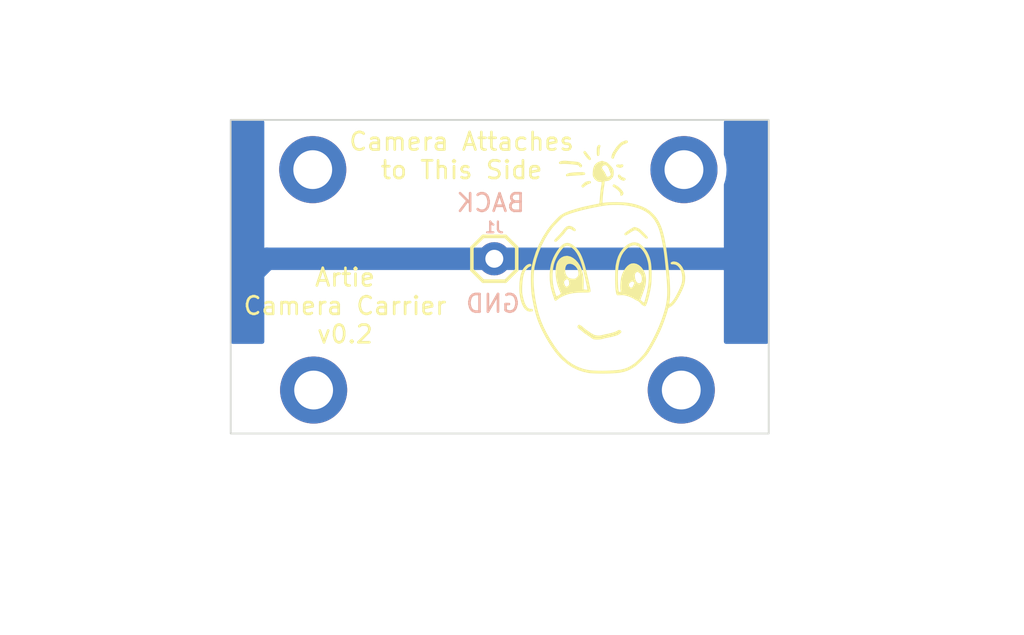
<source format=kicad_pcb>
(kicad_pcb (version 20221018) (generator pcbnew)
  (layers (0 "F.Cu" signal) (31 "B.Cu" signal) (34 "B.Paste" user) (35 "F.Paste" user) (36 "B.SilkS" user "B.Silkscreen") (37 "F.SilkS" user "F.Silkscreen") (38 "B.Mask" user) (39 "F.Mask" user) (44 "Edge.Cuts" user))
  (net 0 "")
  (net 1 "GND")
  (footprint "SparkFunConnectors:1X01" (layer "F.Cu") (at 104.4702 58.039)
    (fp_text reference "J1" (at 0 -1.778) (layer "B.SilkS") (effects (font (size 0.6096 0.6096) (thickness 0.127)) (justify mirror)))
    (fp_text value "GND" hide)
    (fp_line (start -1.27 -0.635) (end -1.27 0.635) (stroke (width 0.2032)) (layer "F.SilkS"))
    (fp_line (start -1.27 0.635) (end -0.635 1.27) (stroke (width 0.2032)) (layer "F.SilkS"))
    (fp_line (start -0.635 -1.27) (end -1.27 -0.635) (stroke (width 0.2032)) (layer "F.SilkS"))
    (fp_line (start -0.635 1.27) (end 0.635 1.27) (stroke (width 0.2032)) (layer "F.SilkS"))
    (fp_line (start 0.635 -1.27) (end -0.635 -1.27) (stroke (width 0.2032)) (layer "F.SilkS"))
    (fp_line (start 0.635 1.27) (end 1.27 0.635) (stroke (width 0.2032)) (layer "F.SilkS"))
    (fp_line (start 1.27 -0.635) (end 0.635 -1.27) (stroke (width 0.2032)) (layer "F.SilkS"))
    (fp_line (start 1.27 0.635) (end 1.27 -0.635) (stroke (width 0.2032)) (layer "F.SilkS"))
    (pad "1" thru_hole circle (at 0 0) (size 1.8796 1.8796) (drill 1.016) (layers "*.Cu" "*.Mask") (net 1 "GND"))
  )
  (footprint "MountingHole:MountingHole_2.2mm_M2_DIN965_Pad" (layer "F.Cu") (at 94.1832 52.9844)
    (fp_text reference "REF**" hide)
    (fp_text value "MountingHole_2.2mm_M2_DIN965_Pad" hide)
    (pad "1" thru_hole circle (at 0 0) (size 3.8 3.8) (drill 2.2) (layers "*.Cu" "*.Mask"))
  )
  (footprint "artielib:artie-logo" (layer "F.Cu") (at 110.363 58.166)
    (fp_text reference "G***" hide)
    (fp_text value "LOGO" hide)
    (fp_poly (pts (xy 1.402633 -5.459683) (xy 1.419413 -5.414034) (xy 1.401366 -5.356934) (xy 1.377938 -5.328029) (xy 1.309544 -5.291155) (xy 1.213948 -5.286323) (xy 1.10235 -5.312101) (xy 1.038211 -5.349095) (xy 1.011771 -5.39523) (xy 1.01954 -5.439323) (xy 1.058024 -5.470194) (xy 1.123733 -5.476663) (xy 1.152044 -5.471216) (xy 1.239794 -5.463767) (xy 1.289976 -5.474386) (xy 1.357371 -5.483321)) (fill solid) (layer "F.SilkS"))
    (fp_poly (pts (xy 1.20763 -4.902407) (xy 1.252891 -4.855869) (xy 1.257035 -4.848923) (xy 1.302418 -4.795828) (xy 1.375122 -4.756506) (xy 1.415842 -4.742325) (xy 1.504471 -4.705476) (xy 1.547627 -4.665099) (xy 1.545178 -4.621401) (xy 1.514593 -4.587588) (xy 1.46556 -4.557022) (xy 1.414822 -4.550958) (xy 1.349131 -4.570081) (xy 1.286076 -4.599355) (xy 1.207987 -4.651652) (xy 1.147932 -4.716774) (xy 1.11254 -4.78444) (xy 1.108436 -4.844372) (xy 1.116295 -4.862721) (xy 1.160327 -4.904864)) (fill solid) (layer "F.SilkS"))
    (fp_poly (pts (xy -0.737098 -6.22925) (xy -0.694493 -6.184364) (xy -0.66099 -6.141025) (xy -0.598344 -6.057828) (xy -0.527566 -5.970257) (xy -0.499503 -5.937508) (xy -0.439943 -5.856807) (xy -0.415524 -5.792005) (xy -0.427232 -5.747169) (xy -0.449709 -5.732385) (xy -0.479338 -5.722081) (xy -0.502108 -5.723968) (xy -0.531859 -5.743871) (xy -0.58243 -5.787618) (xy -0.583843 -5.788859) (xy -0.635421 -5.841413) (xy -0.694314 -5.912251) (xy -0.75285 -5.990624) (xy -0.803358 -6.065781) (xy -0.838166 -6.126972) (xy -0.849729 -6.161422) (xy -0.830921 -6.208065) (xy -0.788614 -6.241545) (xy -0.765484 -6.246655)) (fill solid) (layer "F.SilkS"))
    (fp_poly (pts (xy -0.435788 -4.523525) (xy -0.421731 -4.499491) (xy -0.417724 -4.473864) (xy -0.417738 -4.43674) (xy -0.435342 -4.412402) (xy -0.480773 -4.391952) (xy -0.529511 -4.376696) (xy -0.648054 -4.323403) (xy -0.748571 -4.24908) (xy -0.813616 -4.191875) (xy -0.857039 -4.164337) (xy -0.889246 -4.163212) (xy -0.920647 -4.185249) (xy -0.928468 -4.19287) (xy -0.955574 -4.226568) (xy -0.958955 -4.258655) (xy -0.935186 -4.299095) (xy -0.880838 -4.357853) (xy -0.866953 -4.37173) (xy -0.7787 -4.451389) (xy -0.700609 -4.499848) (xy -0.617738 -4.524375) (xy -0.538084 -4.531642) (xy -0.470354 -4.532217)) (fill solid) (layer "F.SilkS"))
    (fp_poly (pts (xy 0.097618 -6.583987) (xy 0.121666 -6.54685) (xy 0.117317 -6.486889) (xy 0.103183 -6.453031) (xy 0.081316 -6.378666) (xy 0.070255 -6.262497) (xy 0.068897 -6.191189) (xy 0.067606 -6.093789) (xy 0.062374 -6.032212) (xy 0.051161 -5.996393) (xy 0.031929 -5.976261) (xy 0.024475 -5.971875) (xy -0.017048 -5.951837) (xy -0.04075 -5.95444) (xy -0.064304 -5.97566) (xy -0.078992 -6.01499) (xy -0.088306 -6.095676) (xy -0.091766 -6.213403) (xy -0.091777 -6.222541) (xy -0.089833 -6.334824) (xy -0.082871 -6.41321) (xy -0.069043 -6.469621) (xy -0.046499 -6.515982) (xy -0.046183 -6.516501) (xy 0.003819 -6.573008) (xy 0.055044 -6.594105)) (fill solid) (layer "F.SilkS"))
    (fp_poly (pts (xy 0.934659 -4.331036) (xy 1.005506 -4.294427) (xy 1.01505 -4.289255) (xy 1.113035 -4.226249) (xy 1.209299 -4.147339) (xy 1.296154 -4.060843) (xy 1.36591 -3.975079) (xy 1.410878 -3.898366) (xy 1.423869 -3.846983) (xy 1.410327 -3.784986) (xy 1.376457 -3.734678) (xy 1.33239 -3.702679) (xy 1.28826 -3.695613) (xy 1.2542 -3.7201) (xy 1.248318 -3.73226) (xy 1.242792 -3.782627) (xy 1.247446 -3.814772) (xy 1.237848 -3.857733) (xy 1.197622 -3.918265) (xy 1.13437 -3.988481) (xy 1.055693 -4.060491) (xy 0.969193 -4.126408) (xy 0.912884 -4.161957) (xy 0.839635 -4.211496) (xy 0.808228 -4.254937) (xy 0.816133 -4.298056) (xy 0.840307 -4.327804) (xy 0.863299 -4.345245) (xy 0.891003 -4.347148)) (fill solid) (layer "F.SilkS"))
    (fp_poly (pts (xy -0.86758 -5.038833) (xy -0.821844 -5.033599) (xy -0.792757 -5.024193) (xy -0.773006 -5.010027) (xy -0.76538 -5.002124) (xy -0.739141 -4.958814) (xy -0.749921 -4.919044) (xy -0.760288 -4.904648) (xy -0.774833 -4.893418) (xy -0.799563 -4.884529) (xy -0.840486 -4.877155) (xy -0.903613 -4.87047) (xy -0.994951 -4.86365) (xy -1.120508 -4.855869) (xy -1.274593 -4.846971) (xy -1.40458 -4.838797) (xy -1.526303 -4.829795) (xy -1.628565 -4.820887) (xy -1.700171 -4.812994) (xy -1.716264 -4.810584) (xy -1.779982 -4.803024) (xy -1.81333 -4.810987) (xy -1.829006 -4.834421) (xy -1.832654 -4.889231) (xy -1.797145 -4.93489) (xy -1.721301 -4.97176) (xy -1.603946 -5.000206) (xy -1.443903 -5.020589) (xy -1.239994 -5.033275) (xy -1.177796 -5.035412) (xy -1.038245 -5.039149) (xy -0.937277 -5.040486)) (fill solid) (layer "F.SilkS"))
    (fp_poly (pts (xy -1.840854 -5.6876) (xy -1.774536 -5.680673) (xy -1.676486 -5.671084) (xy -1.560729 -5.66018) (xy -1.458319 -5.650834) (xy -1.34586 -5.640173) (xy -1.246288 -5.6297) (xy -1.170757 -5.620654) (xy -1.131479 -5.614522) (xy -1.072471 -5.587926) (xy -1.009416 -5.540157) (xy -0.955203 -5.483561) (xy -0.922721 -5.430485) (xy -0.918626 -5.410623) (xy -0.934809 -5.345938) (xy -0.974741 -5.311857) (xy -1.0255 -5.311329) (xy -1.074163 -5.347302) (xy -1.089646 -5.371597) (xy -1.102171 -5.395458) (xy -1.115827 -5.41371) (xy -1.136854 -5.427795) (xy -1.171489 -5.439155) (xy -1.225969 -5.449232) (xy -1.306532 -5.459467) (xy -1.419417 -5.471301) (xy -1.57086 -5.486177) (xy -1.596112 -5.488645) (xy -1.724065 -5.498562) (xy -1.854517 -5.504299) (xy -1.970058 -5.505306) (xy -2.037268 -5.502564) (xy -2.125876 -5.497217) (xy -2.179786 -5.499431) (xy -2.209828 -5.51072) (xy -2.224787 -5.528757) (xy -2.23574 -5.583034) (xy -2.202084 -5.627194) (xy -2.123715 -5.661334) (xy -2.076323 -5.672943) (xy -1.981015 -5.686244) (xy -1.883188 -5.690063)) (fill solid) (layer "F.SilkS"))
    (fp_poly (pts (xy -1.486836 -1.954737) (xy -1.481405 -1.952138) (xy -1.398726 -1.903224) (xy -1.331052 -1.846836) (xy -1.286686 -1.791561) (xy -1.273933 -1.745984) (xy -1.275655 -1.739421) (xy -1.309753 -1.696236) (xy -1.364147 -1.693135) (xy -1.439767 -1.730136) (xy -1.458515 -1.743063) (xy -1.554756 -1.80398) (xy -1.632857 -1.830328) (xy -1.7009 -1.820196) (xy -1.766968 -1.771674) (xy -1.839144 -1.682849) (xy -1.863751 -1.647235) (xy -1.912255 -1.582608) (xy -1.979459 -1.502911) (xy -2.058819 -1.414833) (xy -2.143792 -1.32506) (xy -2.227835 -1.24028) (xy -2.304402 -1.167182) (xy -2.366952 -1.112453) (xy -2.40894 -1.082781) (xy -2.419359 -1.079385) (xy -2.459817 -1.094295) (xy -2.475697 -1.106944) (xy -2.496038 -1.135816) (xy -2.497249 -1.168792) (xy -2.475881 -1.21168) (xy -2.428485 -1.270292) (xy -2.351613 -1.350437) (xy -2.30213 -1.399338) (xy -2.210541 -1.493128) (xy -2.119714 -1.593304) (xy -2.041575 -1.686344) (xy -1.997497 -1.744702) (xy -1.897582 -1.870234) (xy -1.800944 -1.95224) (xy -1.703197 -1.992485) (xy -1.599956 -1.992729)) (fill solid) (layer "F.SilkS"))
    (fp_poly (pts (xy 1.644051 -6.827434) (xy 1.667176 -6.79682) (xy 1.672288 -6.768992) (xy 1.667443 -6.715862) (xy 1.63784 -6.69318) (xy 1.587241 -6.673686) (xy 1.531095 -6.647379) (xy 1.477022 -6.623832) (xy 1.438764 -6.614105) (xy 1.392226 -6.595235) (xy 1.329222 -6.543596) (xy 1.255461 -6.466644) (xy 1.17665 -6.371835) (xy 1.098498 -6.266623) (xy 1.026712 -6.158464) (xy 0.967001 -6.054815) (xy 0.925073 -5.96313) (xy 0.913656 -5.928231) (xy 0.885365 -5.849364) (xy 0.853545 -5.800128) (xy 0.829692 -5.78804) (xy 0.800232 -5.798927) (xy 0.772842 -5.813405) (xy 0.74707 -5.836814) (xy 0.739249 -5.875329) (xy 0.745912 -5.941482) (xy 0.778654 -6.060012) (xy 0.836153 -6.17941) (xy 0.882622 -6.246655) (xy 0.910204 -6.286242) (xy 0.948681 -6.348282) (xy 0.969794 -6.384448) (xy 1.020749 -6.459428) (xy 1.089274 -6.541059) (xy 1.166854 -6.621275) (xy 1.244973 -6.692008) (xy 1.315118 -6.745192) (xy 1.368772 -6.77276) (xy 1.381885 -6.774864) (xy 1.423617 -6.787292) (xy 1.464888 -6.810753) (xy 1.52564 -6.834693) (xy 1.590568 -6.83946)) (fill solid) (layer "F.SilkS"))
    (fp_poly (pts (xy 2.092522 -1.921465) (xy 2.15853 -1.901626) (xy 2.221064 -1.879743) (xy 2.281066 -1.854122) (xy 2.33771 -1.820843) (xy 2.399096 -1.77354) (xy 2.473326 -1.705842) (xy 2.568501 -1.611384) (xy 2.58902 -1.590498) (xy 2.68163 -1.494823) (xy 2.745354 -1.42541) (xy 2.78438 -1.376647) (xy 2.802895 -1.342924) (xy 2.805085 -1.318628) (xy 2.800644 -1.306867) (xy 2.77024 -1.270739) (xy 2.72994 -1.263827) (xy 2.675696 -1.288088) (xy 2.603464 -1.345477) (xy 2.509197 -1.437949) (xy 2.491772 -1.456159) (xy 2.41016 -1.538832) (xy 2.331227 -1.613254) (xy 2.265015 -1.670257) (xy 2.227667 -1.697325) (xy 2.16226 -1.730215) (xy 2.101606 -1.743301) (xy 2.037063 -1.734517) (xy 1.959991 -1.701795) (xy 1.86175 -1.643069) (xy 1.78437 -1.591291) (xy 1.683991 -1.524114) (xy 1.613454 -1.481385) (xy 1.566013 -1.459788) (xy 1.534918 -1.456009) (xy 1.520265 -1.461543) (xy 1.481975 -1.494784) (xy 1.473987 -1.531457) (xy 1.498858 -1.575874) (xy 1.559141 -1.632343) (xy 1.657393 -1.705176) (xy 1.669839 -1.713825) (xy 1.804503 -1.804751) (xy 1.907737 -1.869079) (xy 1.98376 -1.909175) (xy 2.036787 -1.927407) (xy 2.053423 -1.929114)) (fill solid) (layer "F.SilkS"))
    (fp_poly (pts (xy -3.802155 0.187391) (xy -3.796438 0.19833) (xy -3.796538 0.253117) (xy -3.831803 0.298247) (xy -3.880331 0.317707) (xy -3.934622 0.342552) (xy -4.001542 0.396937) (xy -4.071072 0.470444) (xy -4.133193 0.552653) (xy -4.172804 0.621841) (xy -4.227868 0.774921) (xy -4.269586 0.970769) (xy -4.297748 1.208141) (xy -4.310662 1.435353) (xy -4.314502 1.585396) (xy -4.313921 1.70307) (xy -4.308095 1.801795) (xy -4.296202 1.894991) (xy -4.277417 1.996079) (xy -4.275785 2.003981) (xy -4.224367 2.216194) (xy -4.166355 2.386815) (xy -4.100147 2.519909) (xy -4.039695 2.602674) (xy -3.983661 2.66) (xy -3.932197 2.690594) (xy -3.863781 2.705523) (xy -3.833004 2.70898) (xy -3.761646 2.717663) (xy -3.724741 2.730127) (xy -3.710957 2.753806) (xy -3.708951 2.790326) (xy -3.711331 2.829826) (xy -3.725996 2.85104) (xy -3.764234 2.860666) (xy -3.835263 2.865307) (xy -3.92647 2.863729) (xy -3.998238 2.844599) (xy -4.056653 2.813839) (xy -4.157415 2.72824) (xy -4.247396 2.602627) (xy -4.324954 2.441998) (xy -4.388446 2.251352) (xy -4.436232 2.035689) (xy -4.46667 1.800005) (xy -4.478118 1.549301) (xy -4.478165 1.53042) (xy -4.46862 1.230391) (xy -4.439756 0.96995) (xy -4.390803 0.746664) (xy -4.320989 0.5581) (xy -4.229541 0.401825) (xy -4.115688 0.275406) (xy -4.067319 0.235398) (xy -3.987177 0.187197) (xy -3.909246 0.162168) (xy -3.844061 0.161752)) (fill solid) (layer "F.SilkS"))
    (fp_poly (pts (xy -1.026992 3.629339) (xy -0.952904 3.679288) (xy -0.865992 3.751455) (xy -0.787196 3.818331) (xy -0.715556 3.87587) (xy -0.661867 3.915539) (xy -0.645056 3.926045) (xy -0.596119 3.956419) (xy -0.529767 4.00263) (xy -0.489126 4.032818) (xy -0.428447 4.075885) (xy -0.380351 4.104225) (xy -0.36143 4.11085) (xy -0.328016 4.125344) (xy -0.283443 4.16019) (xy -0.227434 4.190084) (xy -0.140638 4.21169) (xy -0.037677 4.223628) (xy 0.066825 4.224517) (xy 0.158249 4.212976) (xy 0.187592 4.20467) (xy 0.239872 4.189742) (xy 0.325353 4.169013) (xy 0.432112 4.145247) (xy 0.546127 4.121622) (xy 0.661065 4.097016) (xy 0.765247 4.071652) (xy 0.847176 4.048524) (xy 0.895213 4.030701) (xy 0.949432 4.006525) (xy 0.987757 3.996035) (xy 0.988501 3.996022) (xy 1.023593 3.982845) (xy 1.071894 3.951049) (xy 1.073118 3.950091) (xy 1.130997 3.917173) (xy 1.184187 3.904159) (xy 1.244653 3.921253) (xy 1.29188 3.962901) (xy 1.309041 4.01044) (xy 1.291244 4.049817) (xy 1.24629 4.100488) (xy 1.186831 4.150838) (xy 1.125523 4.189255) (xy 1.104308 4.198333) (xy 0.950131 4.249341) (xy 0.800423 4.290293) (xy 0.633447 4.326934) (xy 0.574141 4.338436) (xy 0.461331 4.361426) (xy 0.353686 4.386201) (xy 0.266578 4.409091) (xy 0.230174 4.420534) (xy 0.1141 4.445614) (xy -0.044316 4.453625) (xy -0.074973 4.453296) (xy -0.17896 4.449629) (xy -0.249975 4.441388) (xy -0.300936 4.425887) (xy -0.344765 4.400443) (xy -0.351079 4.395926) (xy -0.458463 4.318796) (xy -0.566488 4.24292) (xy -0.663263 4.176543) (xy -0.736895 4.12791) (xy -0.745723 4.122333) (xy -0.803126 4.081801) (xy -0.875979 4.02428) (xy -0.931635 3.976938) (xy -1.00121 3.918246) (xy -1.066915 3.867461) (xy -1.10606 3.840901) (xy -1.165097 3.786336) (xy -1.181584 3.720956) (xy -1.158453 3.657793) (xy -1.123855 3.620484) (xy -1.082006 3.610368)) (fill solid) (layer "F.SilkS"))
    (fp_poly (pts (xy -1.584222 -0.992896) (xy -1.439285 -0.910844) (xy -1.287699 -0.783848) (xy -1.274647 -0.771111) (xy -1.173742 -0.661876) (xy -1.08543 -0.543322) (xy -1.006119 -0.408443) (xy -0.932215 -0.25023) (xy -0.860126 -0.061679) (xy -0.78626 0.16422) (xy -0.773313 0.206691) (xy -0.747908 0.296441) (xy -0.716766 0.415413) (xy -0.681464 0.556685) (xy -0.64358 0.713335) (xy -0.604694 0.878443) (xy -0.566383 1.045089) (xy -0.530226 1.20635) (xy -0.497801 1.355307) (xy -0.470686 1.485037) (xy -0.450461 1.58862) (xy -0.438703 1.659136) (xy -0.436348 1.684252) (xy -0.440068 1.722631) (xy -0.455299 1.750629) (xy -0.488146 1.769789) (xy -0.544713 1.781657) (xy -0.631104 1.787775) (xy -0.753424 1.789687) (xy -0.852257 1.789423) (xy -1.143098 1.795846) (xy -1.399097 1.819945) (xy -1.628391 1.86319) (xy -1.839117 1.927053) (xy -2.009698 1.998638) (xy -2.101053 2.044909) (xy -2.182672 2.091489) (xy -2.240594 2.130252) (xy -2.251677 2.139522) (xy -2.312497 2.190695) (xy -2.369508 2.232277) (xy -2.413332 2.257267) (xy -2.440664 2.254686) (xy -2.467637 2.22896) (xy -2.49883 2.174805) (xy -2.51485 2.116547) (xy -2.532671 2.041878) (xy -2.556346 1.98207) (xy -2.575976 1.931553) (xy -2.602338 1.8479) (xy -2.632282 1.742828) (xy -2.662658 1.628057) (xy -2.690315 1.515305) (xy -2.712103 1.416292) (xy -2.720574 1.371169) (xy -2.755137 1.066448) (xy -2.756098 0.992472) (xy -2.589638 0.992472) (xy -2.566422 1.268383) (xy -2.519887 1.526677) (xy -2.511249 1.561664) (xy -2.477315 1.687342) (xy -2.443384 1.801254) (xy -2.412036 1.895768) (xy -2.38585 1.96325) (xy -2.367406 1.996067) (xy -2.36379 1.998011) (xy -2.335784 1.986734) (xy -2.28224 1.957567) (xy -2.232082 1.927477) (xy -2.118616 1.856942) (xy -2.206147 1.65763) (xy -2.298191 1.41175) (xy -2.351128 1.209691) (xy -1.943181 1.209691) (xy -1.93025 1.27667) (xy -1.9049 1.348717) (xy -1.87258 1.408581) (xy -1.854828 1.429168) (xy -1.819191 1.454438) (xy -1.784525 1.453204) (xy -1.743725 1.434492) (xy -1.692013 1.392579) (xy -1.662504 1.341685) (xy -1.65535 1.269828) (xy -1.661739 1.185982) (xy -1.678908 1.110275) (xy -1.700205 1.067002) (xy -1.750669 1.036522) (xy -1.812265 1.04382) (xy -1.876216 1.085281) (xy -1.933744 1.157289) (xy -1.938244 1.165034) (xy -1.943181 1.209691) (xy -2.351128 1.209691) (xy -2.365846 1.153511) (xy -2.408105 0.892244) (xy -2.423963 0.637279) (xy -2.418884 0.53201) (xy -1.87904 0.53201) (xy -1.866861 0.646167) (xy -1.849223 0.71055) (xy -1.789714 0.837304) (xy -1.711289 0.925442) (xy -1.608073 0.979014) (xy -1.474193 1.002067) (xy -1.423943 1.00366) (xy -1.347026 1.001116) (xy -1.295341 0.986745) (xy -1.248307 0.952009) (xy -1.211511 0.915528) (xy -1.160676 0.858395) (xy -1.135022 0.809428) (xy -1.126123 0.747524) (xy -1.125317 0.699662) (xy -1.143614 0.564945) (xy -1.172666 0.493761) (xy -1.125317 0.493761) (xy -1.113834 0.505244) (xy -1.102351 0.493761) (xy -1.113834 0.482279) (xy -1.125317 0.493761) (xy -1.172666 0.493761) (xy -1.194183 0.441038) (xy -1.270541 0.333231) (xy -1.366206 0.246813) (xy -1.474694 0.187073) (xy -1.589524 0.159301) (xy -1.704212 0.168785) (xy -1.754102 0.186642) (xy -1.807343 0.234033) (xy -1.84726 0.314812) (xy -1.871833 0.417848) (xy -1.87904 0.53201) (xy -2.418884 0.53201) (xy -2.412415 0.397948) (xy -2.372455 0.183579) (xy -2.367061 0.164566) (xy -2.301616 0.013084) (xy -2.204996 -0.113317) (xy -2.083778 -0.209903) (xy -1.944536 -0.271939) (xy -1.793847 -0.294688) (xy -1.733185 -0.291868) (xy -1.579574 -0.254062) (xy -1.428112 -0.175668) (xy -1.284355 -0.061907) (xy -1.153858 0.082005) (xy -1.042175 0.250849) (xy -0.954938 0.439202) (xy -0.895312 0.622845) (xy -0.85593 0.805164) (xy -0.834745 1.000062) (xy -0.829711 1.221442) (xy -0.830742 1.282799) (xy -0.838246 1.60417) (xy -0.738537 1.619088) (xy -0.674907 1.625298) (xy -0.632338 1.623339) (xy -0.625016 1.620193) (xy -0.625353 1.594051) (xy -0.635245 1.529772) (xy -0.653248 1.433815) (xy -0.67792 1.312637) (xy -0.70782 1.172696) (xy -0.741503 1.020453) (xy -0.777528 0.862363) (xy -0.814452 0.704887) (xy -0.850833 0.554483) (xy -0.885228 0.417608) (xy -0.916194 0.300721) (xy -0.933034 0.241139) (xy -1.019732 -0.019766) (xy -1.117478 -0.249465) (xy -1.224061 -0.443546) (xy -1.33727 -0.5976) (xy -1.372665 -0.63583) (xy -1.485351 -0.737013) (xy -1.597453 -0.813457) (xy -1.700504 -0.860141) (xy -1.77216 -0.872694) (xy -1.848198 -0.851918) (xy -1.935155 -0.793392) (xy -2.029067 -0.702821) (xy -2.12597 -0.585909) (xy -2.221902 -0.448358) (xy -2.312898 -0.295875) (xy -2.394995 -0.134162) (xy -2.46423 0.031077) (xy -2.51664 0.194137) (xy -2.518597 0.201551) (xy -2.565802 0.444805) (xy -2.589457 0.713196) (xy -2.589638 0.992472) (xy -2.756098 0.992472) (xy -2.759236 0.751071) (xy -2.733322 0.441199) (xy -2.687745 0.192988) (xy -2.631739 0.006101) (xy -2.553109 -0.186897) (xy -2.456919 -0.377738) (xy -2.348233 -0.558154) (xy -2.232116 -0.719876) (xy -2.113632 -0.854634) (xy -1.997847 -0.954161) (xy -1.976291 -0.968583) (xy -1.853011 -1.021846) (xy -1.722226 -1.029924)) (fill solid) (layer "F.SilkS"))
    (fp_poly (pts (xy 2.241157 -1.027242) (xy 2.286187 -1.008559) (xy 2.386156 -0.947219) (xy 2.495588 -0.855004) (xy 2.604279 -0.742547) (xy 2.702025 -0.620481) (xy 2.778622 -0.49944) (xy 2.783317 -0.490531) (xy 2.857408 -0.335423) (xy 2.915331 -0.183409) (xy 2.958707 -0.025996) (xy 2.98916 0.145313) (xy 3.008311 0.339012) (xy 3.017783 0.563596) (xy 3.019522 0.746383) (xy 3.017502 0.96686) (xy 3.0106 1.1553) (xy 2.997187 1.32516) (xy 2.975635 1.489894) (xy 2.944315 1.662959) (xy 2.9016 1.857808) (xy 2.868054 1.998011) (xy 2.816509 2.19602) (xy 2.769292 2.350044) (xy 2.725735 2.461755) (xy 2.685169 2.532827) (xy 2.646925 2.564931) (xy 2.640741 2.566609) (xy 2.602625 2.558333) (xy 2.544949 2.529991) (xy 2.514737 2.511066) (xy 2.45933 2.471133) (xy 2.422656 2.43993) (xy 2.415411 2.430806) (xy 2.388145 2.392178) (xy 2.339584 2.343241) (xy 2.283315 2.295658) (xy 2.232923 2.261089) (xy 2.205502 2.250633) (xy 2.158616 2.237053) (xy 2.110194 2.207765) (xy 2.020744 2.149608) (xy 1.901514 2.088523) (xy 1.767608 2.031335) (xy 1.634131 1.984868) (xy 1.587925 1.971772) (xy 1.461719 1.944384) (xy 1.347723 1.934954) (xy 1.235452 1.939338) (xy 1.148182 1.945339) (xy 1.089194 1.942487) (xy 1.050941 1.923541) (xy 1.025874 1.881258) (xy 1.006445 1.808396) (xy 0.985432 1.699458) (xy 0.973502 1.607517) (xy 0.964222 1.478889) (xy 0.957599 1.322742) (xy 0.953641 1.148243) (xy 0.952482 0.98238) (xy 1.108845 0.98238) (xy 1.1118 1.17278) (xy 1.118348 1.357394) (xy 1.128305 1.523343) (xy 1.139705 1.643414) (xy 1.149531 1.711527) (xy 1.162786 1.74459) (xy 1.187233 1.753281) (xy 1.189596 1.753044) (xy 1.385593 1.753044) (xy 1.388746 1.766697) (xy 1.400904 1.768355) (xy 1.419807 1.759952) (xy 1.416214 1.753044) (xy 1.388959 1.750296) (xy 1.385593 1.753044) (xy 1.189596 1.753044) (xy 1.217389 1.750257) (xy 1.258086 1.741189) (xy 1.271096 1.720962) (xy 1.262673 1.675107) (xy 1.257695 1.657024) (xy 1.247398 1.586622) (xy 1.24388 1.482973) (xy 1.245871 1.38753) (xy 1.734986 1.38753) (xy 1.768723 1.453571) (xy 1.817024 1.502536) (xy 1.862112 1.511724) (xy 1.918713 1.48364) (xy 1.924004 1.479982) (xy 1.962409 1.438733) (xy 1.975045 1.402414) (xy 1.991671 1.35287) (xy 2.009493 1.332007) (xy 2.041046 1.28185) (xy 2.031587 1.226654) (xy 1.988278 1.181765) (xy 1.944009 1.158793) (xy 1.904719 1.161923) (xy 1.866035 1.179722) (xy 1.781642 1.240407) (xy 1.737313 1.311494) (xy 1.734986 1.38753) (xy 1.245871 1.38753) (xy 1.246484 1.358156) (xy 1.254555 1.22425) (xy 1.267439 1.093334) (xy 1.28448 0.977487) (xy 1.297996 0.913923) (xy 1.330219 0.814324) (xy 2.07129 0.814324) (xy 2.07575 0.919049) (xy 2.098668 1.028149) (xy 2.135315 1.126769) (xy 2.180968 1.200054) (xy 2.199796 1.21825) (xy 2.277778 1.258073) (xy 2.352587 1.258002) (xy 2.414427 1.218782) (xy 2.428087 1.200882) (xy 2.458144 1.121658) (xy 2.468039 1.018188) (xy 2.458024 0.907372) (xy 2.428352 0.806111) (xy 2.421988 0.792315) (xy 2.357216 0.703589) (xy 2.291945 0.65494) (xy 2.206946 0.609428) (xy 2.142668 0.657251) (xy 2.099999 0.698749) (xy 2.078651 0.75221) (xy 2.07129 0.814324) (xy 1.330219 0.814324) (xy 1.359525 0.723744) (xy 1.441477 0.549946) (xy 1.53939 0.398478) (xy 1.648799 0.275293) (xy 1.765241 0.186341) (xy 1.879533 0.138669) (xy 2.022084 0.127291) (xy 2.165028 0.158702) (xy 2.302402 0.230205) (xy 2.428241 0.339099) (xy 2.491676 0.415713) (xy 2.59688 0.584401) (xy 2.664097 0.757991) (xy 2.698418 0.950819) (xy 2.702841 1.010488) (xy 2.702449 1.146134) (xy 2.685513 1.290933) (xy 2.650404 1.451916) (xy 2.595491 1.636115) (xy 2.519145 1.850561) (xy 2.49127 1.923253) (xy 2.381928 2.204462) (xy 2.446952 2.256255) (xy 2.516459 2.310869) (xy 2.55892 2.341295) (xy 2.582766 2.35252) (xy 2.596425 2.349529) (xy 2.599752 2.34665) (xy 2.610391 2.32008) (xy 2.629521 2.256635) (xy 2.654973 2.164114) (xy 2.684579 2.050319) (xy 2.706282 1.963521) (xy 2.75895 1.739561) (xy 2.798317 1.545059) (xy 2.826072 1.36606) (xy 2.843908 1.188608) (xy 2.853515 0.998745) (xy 2.856583 0.782515) (xy 2.85653 0.723418) (xy 2.854859 0.548048) (xy 2.850596 0.408222) (xy 2.84298 0.293586) (xy 2.831248 0.193789) (xy 2.814638 0.098479) (xy 2.808239 0.067569) (xy 2.750319 -0.143281) (xy 2.672049 -0.336911) (xy 2.576963 -0.50887) (xy 2.468596 -0.654704) (xy 2.350482 -0.769962) (xy 2.226154 -0.850193) (xy 2.099148 -0.890943) (xy 2.043942 -0.89522) (xy 1.907119 -0.872967) (xy 1.764686 -0.807388) (xy 1.619919 -0.700221) (xy 1.548607 -0.632527) (xy 1.428242 -0.489887) (xy 1.329584 -0.327438) (xy 1.250656 -0.139892) (xy 1.189482 0.078037) (xy 1.144086 0.331637) (xy 1.123385 0.505244) (xy 1.114453 0.635734) (xy 1.109667 0.799072) (xy 1.108845 0.98238) (xy 0.952482 0.98238) (xy 0.952357 0.964559) (xy 0.953754 0.78086) (xy 0.95784 0.606312) (xy 0.964623 0.450084) (xy 0.97411 0.321344) (xy 0.984178 0.241139) (xy 1.042798 -0.031909) (xy 1.121653 -0.26844) (xy 1.223455 -0.474392) (xy 1.350913 -0.655704) (xy 1.437321 -0.751566) (xy 1.600006 -0.895021) (xy 1.763157 -0.994747) (xy 1.92535 -1.050314) (xy 2.085158 -1.06129)) (fill solid) (layer "F.SilkS"))
    (fp_poly (pts (xy 0.250005 -5.67897) (xy 0.280602 -5.662394) (xy 0.282117 -5.661338) (xy 0.343458 -5.634764) (xy 0.39723 -5.626582) (xy 0.445136 -5.615688) (xy 0.504081 -5.579671) (xy 0.581821 -5.513534) (xy 0.602128 -5.49453) (xy 0.70654 -5.39256) (xy 0.780435 -5.310551) (xy 0.828903 -5.239449) (xy 0.857035 -5.170202) (xy 0.869922 -5.093757) (xy 0.872694 -5.013406) (xy 0.866958 -4.892095) (xy 0.845632 -4.80077) (xy 0.802539 -4.724462) (xy 0.731501 -4.648201) (xy 0.716209 -4.634171) (xy 0.653344 -4.584359) (xy 0.590882 -4.555519) (xy 0.508142 -4.538924) (xy 0.483039 -4.535802) (xy 0.405304 -4.525251) (xy 0.364043 -4.513593) (xy 0.349927 -4.496324) (xy 0.352575 -4.472809) (xy 0.353613 -4.4316) (xy 0.346792 -4.357166) (xy 0.333424 -4.261287) (xy 0.320728 -4.186925) (xy 0.305889 -4.094595) (xy 0.290815 -3.980793) (xy 0.276273 -3.854112) (xy 0.263034 -3.723141) (xy 0.251866 -3.596474) (xy 0.243537 -3.482702) (xy 0.238816 -3.390417) (xy 0.238473 -3.32821) (xy 0.241886 -3.305844) (xy 0.267567 -3.301586) (xy 0.324634 -3.305929) (xy 0.383951 -3.315038) (xy 0.447311 -3.322307) (xy 0.547371 -3.328589) (xy 0.674902 -3.333543) (xy 0.820677 -3.33683) (xy 0.97547 -3.338111) (xy 1.010488 -3.338088) (xy 1.271897 -3.333883) (xy 1.498835 -3.321616) (xy 1.702288 -3.29979) (xy 1.893243 -3.266911) (xy 2.082687 -3.221485) (xy 2.264656 -3.167463) (xy 2.503422 -3.080655) (xy 2.706867 -2.982193) (xy 2.885268 -2.865944) (xy 3.048905 -2.725772) (xy 3.113161 -2.660964) (xy 3.219553 -2.54097) (xy 3.316344 -2.413309) (xy 3.40434 -2.274979) (xy 3.484343 -2.122978) (xy 3.557158 -1.954303) (xy 3.623588 -1.765953) (xy 3.684439 -1.554925) (xy 3.740513 -1.318217) (xy 3.792615 -1.052827) (xy 3.841549 -0.755753) (xy 3.888118 -0.423993) (xy 3.933127 -0.054544) (xy 3.97738 0.355596) (xy 4.010295 0.688969) (xy 4.038673 1.022048) (xy 4.057997 1.330265) (xy 4.068184 1.609609) (xy 4.069148 1.85607) (xy 4.060806 2.065638) (xy 4.043073 2.234302) (xy 4.042909 2.235368) (xy 4.031542 2.32142) (xy 4.026106 2.388886) (xy 4.027456 2.425906) (xy 4.028945 2.429006) (xy 4.053496 2.423845) (xy 4.097834 2.38825) (xy 4.155219 2.329283) (xy 4.218911 2.254008) (xy 4.28217 2.169485) (xy 4.296504 2.148659) (xy 4.359016 2.048086) (xy 4.429191 1.922014) (xy 4.501974 1.780961) (xy 4.572308 1.635449) (xy 4.635137 1.495995) (xy 4.685405 1.373122) (xy 4.718056 1.277347) (xy 4.721541 1.264319) (xy 4.747945 1.103125) (xy 4.752587 0.928601) (xy 4.736463 0.756646) (xy 4.700568 0.603159) (xy 4.676148 0.539693) (xy 4.590863 0.387651) (xy 4.49235 0.277718) (xy 4.381702 0.21076) (xy 4.260012 0.187645) (xy 4.233639 0.188411) (xy 4.161233 0.188152) (xy 4.119539 0.172976) (xy 4.102487 0.153579) (xy 4.095428 0.1083) (xy 4.126319 0.067772) (xy 4.187185 0.037603) (xy 4.270054 0.023398) (xy 4.28827 0.022966) (xy 4.421375 0.044937) (xy 4.545983 0.107412) (xy 4.65858 0.205237) (xy 4.755649 0.333255) (xy 4.833678 0.486311) (xy 4.889151 0.659249) (xy 4.918553 0.846914) (xy 4.922349 0.953074) (xy 4.914797 1.108454) (xy 4.892255 1.253763) (xy 4.851458 1.401326) (xy 4.78914 1.563468) (xy 4.720937 1.71334) (xy 4.589904 1.972044) (xy 4.464754 2.186932) (xy 4.344328 2.359575) (xy 4.227467 2.491545) (xy 4.113014 2.584416) (xy 4.054778 2.617433) (xy 3.990301 2.654269) (xy 3.956297 2.693675) (xy 3.939269 2.751028) (xy 3.919714 2.832513) (xy 3.885617 2.947978) (xy 3.839976 3.088953) (xy 3.785785 3.246967) (xy 3.726042 3.413547) (xy 3.663742 3.580225) (xy 3.60188 3.738527) (xy 3.543453 3.879985) (xy 3.524733 3.923124) (xy 3.436253 4.114198) (xy 3.330072 4.32783) (xy 3.212795 4.551783) (xy 3.09103 4.773821) (xy 2.971383 4.981706) (xy 2.86046 5.163204) (xy 2.828221 5.213201) (xy 2.726588 5.351521) (xy 2.596537 5.503321) (xy 2.448718 5.657932) (xy 2.293785 5.804685) (xy 2.142389 5.932912) (xy 2.020976 6.021671) (xy 1.829243 6.136479) (xy 1.637981 6.224323) (xy 1.436156 6.288694) (xy 1.212732 6.333085) (xy 0.956673 6.360986) (xy 0.946042 6.361776) (xy 0.796374 6.370359) (xy 0.62312 6.37639) (xy 0.434839 6.379929) (xy 0.240092 6.38104) (xy 0.047439 6.379783) (xy -0.134559 6.376221) (xy -0.297342 6.370417) (xy -0.43235 6.362431) (xy -0.531021 6.352325) (xy -0.539693 6.351024) (xy -0.866023 6.281213) (xy -1.172018 6.176429) (xy -1.462287 6.034235) (xy -1.741437 5.852194) (xy -2.014076 5.627868) (xy -2.148202 5.500271) (xy -2.309049 5.324609) (xy -2.47717 5.112001) (xy -2.648137 4.869917) (xy -2.817523 4.605827) (xy -2.9809 4.327202) (xy -3.133841 4.04151) (xy -3.271918 3.756223) (xy -3.390704 3.478811) (xy -3.465294 3.278022) (xy -3.52623 3.083093) (xy -3.587908 2.853178) (xy -3.647838 2.599108) (xy -3.703529 2.331714) (xy -3.75249 2.061828) (xy -3.770178 1.95208) (xy -3.79265 1.77162) (xy -3.809254 1.564936) (xy -3.819919 1.342247) (xy -3.824574 1.113776) (xy -3.82416 1.048678) (xy -3.667516 1.048678) (xy -3.654391 1.430356) (xy -3.615595 1.832619) (xy -3.551526 2.249911) (xy -3.462584 2.676677) (xy -3.443607 2.755527) (xy -3.350482 3.090191) (xy -3.236626 3.416417) (xy -3.098797 3.741163) (xy -2.933758 4.071388) (xy -2.738268 4.41405) (xy -2.509087 4.776107) (xy -2.488192 4.807635) (xy -2.251498 5.132254) (xy -2.001802 5.413214) (xy -1.738154 5.651181) (xy -1.459608 5.846819) (xy -1.165214 6.00079) (xy -0.854025 6.113758) (xy -0.525091 6.186389) (xy -0.516727 6.187679) (xy -0.387868 6.202023) (xy -0.221473 6.212218) (xy -0.025758 6.218181) (xy 0.191061 6.219834) (xy 0.420769 6.217094) (xy 0.65515 6.209882) (xy 0.838246 6.200967) (xy 1.089634 6.180265) (xy 1.305602 6.147308) (xy 1.495735 6.099018) (xy 1.669618 6.032318) (xy 1.836834 5.944129) (xy 2.00697 5.831376) (xy 2.020976 5.821215) (xy 2.15993 5.708756) (xy 2.308523 5.569681) (xy 2.454629 5.416692) (xy 2.586124 5.262493) (xy 2.690881 5.119786) (xy 2.691662 5.118597) (xy 2.88536 4.805206) (xy 3.075258 4.463127) (xy 3.254978 4.105452) (xy 3.418141 3.745274) (xy 3.558366 3.395687) (xy 3.630251 3.192224) (xy 3.703695 2.964092) (xy 3.764792 2.755059) (xy 3.814042 2.558814) (xy 3.851947 2.369049) (xy 3.879008 2.179454) (xy 3.895726 1.983719) (xy 3.902602 1.775535) (xy 3.900138 1.548592) (xy 3.888834 1.29658) (xy 3.869193 1.01319) (xy 3.841714 0.692113) (xy 3.834804 0.617256) (xy 3.8088 0.341961) (xy 3.78567 0.106086) (xy 3.764593 -0.096731) (xy 3.744747 -0.272854) (xy 3.725311 -0.428644) (xy 3.705465 -0.570464) (xy 3.684387 -0.704678) (xy 3.661256 -0.837646) (xy 3.635253 -0.975733) (xy 3.617845 -1.06411) (xy 3.567947 -1.303429) (xy 3.520762 -1.504999) (xy 3.473963 -1.676726) (xy 3.425223 -1.826514) (xy 3.372214 -1.962269) (xy 3.31922 -2.07839) (xy 3.179228 -2.321759) (xy 3.011561 -2.531234) (xy 2.81412 -2.708445) (xy 2.584805 -2.855021) (xy 2.321517 -2.972591) (xy 2.064814 -3.052134) (xy 1.860618 -3.100646) (xy 1.671586 -3.135842) (xy 1.483287 -3.159439) (xy 1.281291 -3.173154) (xy 1.051169 -3.178705) (xy 0.999005 -3.178991) (xy 0.858282 -3.178497) (xy 0.732462 -3.175503) (xy 0.613872 -3.169062) (xy 0.494837 -3.158225) (xy 0.367682 -3.142042) (xy 0.224732 -3.119566) (xy 0.058313 -3.089846) (xy -0.13925 -3.051935) (xy -0.321519 -3.015745) (xy -0.582973 -2.960306) (xy -0.838194 -2.90036) (xy -1.08189 -2.837507) (xy -1.30877 -2.773347) (xy -1.513539 -2.70948) (xy -1.690906 -2.647507) (xy -1.835577 -2.589029) (xy -1.942261 -2.535644) (xy -1.972428 -2.516552) (xy -2.033557 -2.46767) (xy -2.116935 -2.391998) (xy -2.214732 -2.297458) (xy -2.319119 -2.191973) (xy -2.422267 -2.083466) (xy -2.516347 -1.979861) (xy -2.593531 -1.88908) (xy -2.598281 -1.883183) (xy -2.819605 -1.578751) (xy -3.024755 -1.240647) (xy -3.209118 -0.879093) (xy -3.368077 -0.504312) (xy -3.497019 -0.126526) (xy -3.591328 0.244041) (xy -3.615155 0.369301) (xy -3.654571 0.693141) (xy -3.667516 1.048678) (xy -3.82416 1.048678) (xy -3.82315 0.889745) (xy -3.815574 0.680375) (xy -3.801776 0.495889) (xy -3.781685 0.346507) (xy -3.781317 0.344485) (xy -3.680743 -0.088956) (xy -3.538952 -0.523159) (xy -3.359724 -0.949681) (xy -3.14684 -1.360076) (xy -2.904081 -1.745899) (xy -2.752708 -1.952987) (xy -2.684343 -2.037364) (xy -2.601791 -2.132919) (xy -2.510778 -2.233724) (xy -2.417027 -2.333853) (xy -2.326263 -2.427376) (xy -2.244211 -2.508367) (xy -2.176595 -2.570899) (xy -2.12914 -2.609042) (xy -2.110403 -2.618083) (xy -2.078154 -2.631163) (xy -2.026282 -2.664183) (xy -2.001316 -2.682616) (xy -1.94316 -2.716771) (xy -1.847864 -2.759889) (xy -1.722637 -2.808974) (xy -1.574685 -2.86103) (xy -1.561664 -2.865372) (xy -1.367547 -2.928417) (xy -1.191568 -2.982014) (xy -1.021713 -3.029292) (xy -0.845971 -3.07338) (xy -0.652328 -3.117405) (xy -0.428771 -3.164497) (xy -0.357251 -3.179049) (xy -0.226272 -3.205757) (xy -0.112014 -3.229478) (xy -0.021618 -3.248695) (xy 0.037771 -3.261891) (xy 0.058991 -3.267493) (xy 0.061998 -3.29092) (xy 0.067607 -3.352286) (xy 0.075159 -3.443713) (xy 0.083992 -3.557326) (xy 0.089657 -3.633206) (xy 0.102397 -3.781844) (xy 0.118798 -3.937514) (xy 0.136965 -4.083984) (xy 0.155002 -4.205023) (xy 0.159414 -4.230206) (xy 0.179171 -4.346007) (xy 0.187051 -4.423487) (xy 0.181199 -4.469152) (xy 0.159765 -4.489504) (xy 0.120896 -4.491047) (xy 0.086762 -4.485318) (xy 0.015828 -4.491568) (xy -0.067288 -4.529497) (xy -0.151492 -4.591189) (xy -0.225691 -4.668728) (xy -0.273058 -4.742084) (xy -0.299354 -4.79952) (xy -0.314339 -4.850801) (xy -0.319818 -4.910256) (xy -0.317597 -4.992215) (xy -0.313167 -5.06032) (xy -0.304219 -5.155075) (xy -0.292758 -5.232806) (xy -0.283037 -5.272269) (xy 0.212725 -5.272269) (xy 0.249947 -5.19236) (xy 0.281329 -5.150909) (xy 0.359486 -5.042008) (xy 0.426346 -4.912798) (xy 0.457253 -4.838566) (xy 0.483215 -4.793134) (xy 0.523055 -4.77957) (xy 0.554811 -4.781152) (xy 0.633112 -4.810886) (xy 0.672816 -4.849963) (xy 0.70096 -4.892617) (xy 0.705908 -4.927022) (xy 0.688622 -4.974551) (xy 0.679322 -4.994401) (xy 0.647806 -5.069717) (xy 0.616381 -5.158214) (xy 0.607712 -5.186023) (xy 0.56891 -5.2767) (xy 0.514348 -5.353886) (xy 0.452553 -5.409002) (xy 0.392047 -5.43347) (xy 0.364007 -5.43126) (xy 0.26944 -5.39065) (xy 0.219117 -5.338009) (xy 0.212725 -5.272269) (xy -0.283037 -5.272269) (xy -0.280697 -5.281769) (xy -0.275507 -5.291365) (xy -0.255575 -5.332647) (xy -0.252622 -5.356101) (xy -0.237792 -5.394929) (xy -0.199474 -5.451699) (xy -0.160836 -5.497528) (xy -0.085226 -5.566894) (xy 0.001223 -5.616309) (xy 0.081723 -5.646599) (xy 0.163567 -5.67203) (xy 0.215327 -5.682501)) (fill solid) (layer "F.SilkS"))
  )
  (footprint "MountingHole:MountingHole_2.2mm_M2_DIN965_Pad" (layer "F.Cu") (at 115.062 65.4812)
    (fp_text reference "REF**" hide)
    (fp_text value "MountingHole_2.2mm_M2_DIN965_Pad" hide)
    (pad "1" thru_hole circle (at 0 0) (size 3.8 3.8) (drill 2.2) (layers "*.Cu" "*.Mask"))
  )
  (footprint "MountingHole:MountingHole_2.2mm_M2_DIN965_Pad" (layer "F.Cu") (at 115.2144 52.9844)
    (fp_text reference "REF**" hide)
    (fp_text value "MountingHole_2.2mm_M2_DIN965_Pad" hide)
    (pad "1" thru_hole circle (at 0 0) (size 3.8 3.8) (drill 2.2) (layers "*.Cu" "*.Mask"))
  )
  (footprint "MountingHole:MountingHole_2.2mm_M2_DIN965_Pad" (layer "F.Cu") (at 94.234 65.4812)
    (fp_text reference "REF**" hide)
    (fp_text value "MountingHole_2.2mm_M2_DIN965_Pad" hide)
    (pad "1" thru_hole circle (at 0 0) (size 3.8 3.8) (drill 2.2) (layers "*.Cu" "*.Mask"))
  )
  (gr_rect (start 89.535 50.165) (end 120.015 67.945) (stroke (width 0.1)) (fill none) (layer "Edge.Cuts"))
  (gr_text "GND" (at 104.394 60.579) (layer "B.SilkS") (effects (font (size 1 1)) (justify mirror)))
  (gr_text "BACK" (at 104.267 54.864) (layer "B.SilkS") (effects (font (size 1 1)) (justify mirror)))
  (gr_text "Camera Attaches\nto This Side" (at 102.616 52.197) (layer "F.SilkS") (effects (font (size 1 1))))
  (gr_text "Artie\nCamera Carrier\nv0.2" (at 96.012 60.706) (layer "F.SilkS") (effects (font (size 1 1))))
  (segment (start 90.678 58.928) (end 90.678 51.054) (width 1.27) (layer "B.Cu") (net 1))
  (segment (start 117.729 58.039) (end 118.3132 58.6232) (width 1.27) (layer "B.Cu") (net 1))
  (segment (start 118.3132 58.6232) (end 118.3132 51.3588) (width 1.27) (layer "B.Cu") (net 1))
  (segment (start 90.678 58.928) (end 91.567 58.039) (width 1.27) (layer "B.Cu") (net 1))
  (segment (start 104.4702 58.039) (end 117.729 58.039) (width 1.27) (layer "B.Cu") (net 1))
  (segment (start 91.567 58.039) (end 104.4702 58.039) (width 1.27) (layer "B.Cu") (net 1))
  (zone (net 1) (net_name "GND") (layer "B.Cu") (name "LIMIT_RIGHT") (connect_pads (clearance 0.508)) (min_thickness 0.254) (fill yes (thermal_gap 0.508) (thermal_bridge_width 0.508))
    (polygon (pts (xy 91.44 62.865) (xy 89.535 62.865) (xy 89.535 50.165) (xy 91.44 50.165)))
  )
  (zone (net 1) (net_name "GND") (layer "B.Cu") (name "LIMIT_LEFT") (connect_pads (clearance 0.508)) (min_thickness 0.254) (fill yes (thermal_gap 0.508) (thermal_bridge_width 0.508))
    (polygon (pts (xy 120.015 62.865) (xy 117.475 62.865) (xy 117.475 50.165) (xy 120.015 50.165)))
  )
)
</source>
